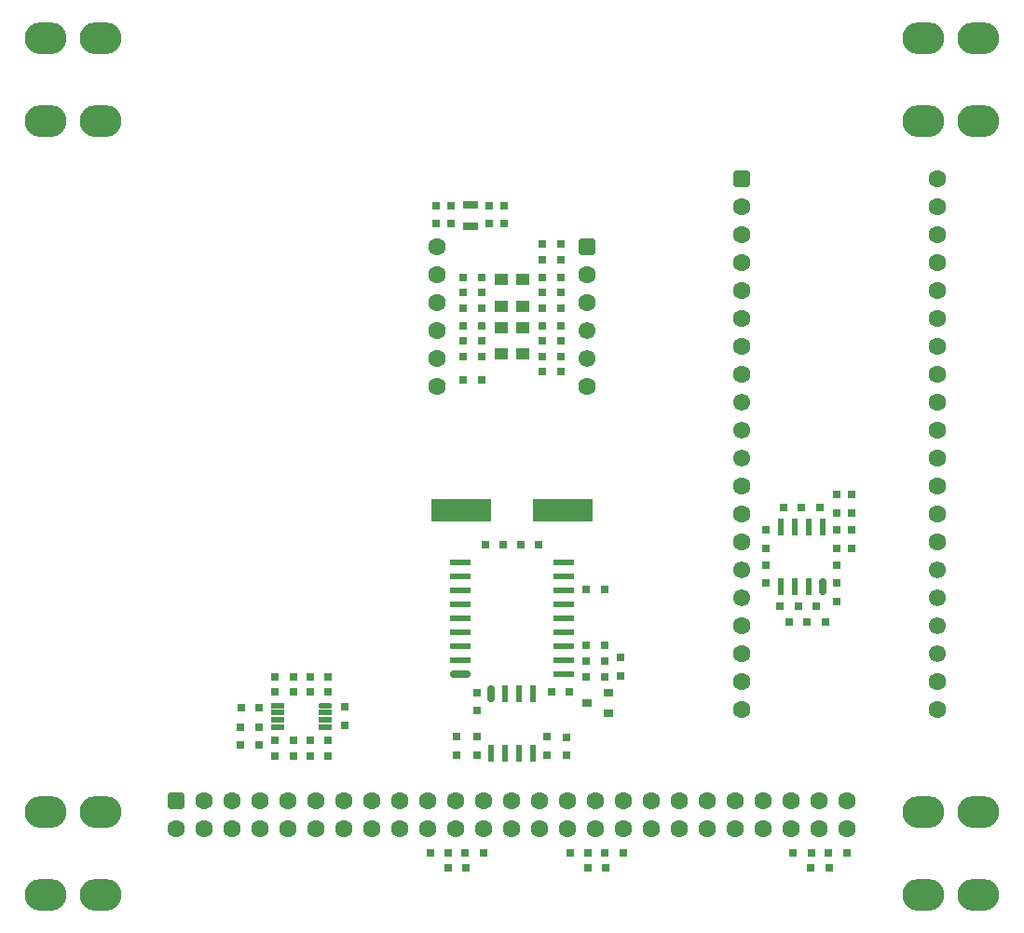
<source format=gbs>
G04*
G04 #@! TF.GenerationSoftware,Altium Limited,Altium Designer,22.1.2 (22)*
G04*
G04 Layer_Color=16711935*
%FSAX44Y44*%
%MOMM*%
G71*
G04*
G04 #@! TF.SameCoordinates,84EC4855-0AA3-41C5-BBCE-46EE62212C49*
G04*
G04*
G04 #@! TF.FilePolarity,Negative*
G04*
G01*
G75*
%ADD15R,0.8000X0.8000*%
%ADD16R,0.8000X0.8000*%
%ADD17R,0.9500X0.8000*%
%ADD20C,1.6000*%
G04:AMPARAMS|DCode=21|XSize=1.6mm|YSize=1.6mm|CornerRadius=0.4mm|HoleSize=0mm|Usage=FLASHONLY|Rotation=0.000|XOffset=0mm|YOffset=0mm|HoleType=Round|Shape=RoundedRectangle|*
%AMROUNDEDRECTD21*
21,1,1.6000,0.8000,0,0,0.0*
21,1,0.8000,1.6000,0,0,0.0*
1,1,0.8000,0.4000,-0.4000*
1,1,0.8000,-0.4000,-0.4000*
1,1,0.8000,-0.4000,0.4000*
1,1,0.8000,0.4000,0.4000*
%
%ADD21ROUNDEDRECTD21*%
%ADD22O,3.8000X2.9000*%
%ADD23O,1.6000X1.5000*%
%ADD33R,1.4000X0.8000*%
%ADD34R,0.6000X1.5500*%
G04:AMPARAMS|DCode=35|XSize=1.55mm|YSize=0.6mm|CornerRadius=0.15mm|HoleSize=0mm|Usage=FLASHONLY|Rotation=270.000|XOffset=0mm|YOffset=0mm|HoleType=Round|Shape=RoundedRectangle|*
%AMROUNDEDRECTD35*
21,1,1.5500,0.3000,0,0,270.0*
21,1,1.2500,0.6000,0,0,270.0*
1,1,0.3000,-0.1500,-0.6250*
1,1,0.3000,-0.1500,0.6250*
1,1,0.3000,0.1500,0.6250*
1,1,0.3000,0.1500,-0.6250*
%
%ADD35ROUNDEDRECTD35*%
%ADD36R,5.5000X2.0000*%
%ADD37R,1.9000X0.6000*%
G04:AMPARAMS|DCode=38|XSize=1.9mm|YSize=0.6mm|CornerRadius=0.15mm|HoleSize=0mm|Usage=FLASHONLY|Rotation=0.000|XOffset=0mm|YOffset=0mm|HoleType=Round|Shape=RoundedRectangle|*
%AMROUNDEDRECTD38*
21,1,1.9000,0.3000,0,0,0.0*
21,1,1.6000,0.6000,0,0,0.0*
1,1,0.3000,0.8000,-0.1500*
1,1,0.3000,-0.8000,-0.1500*
1,1,0.3000,-0.8000,0.1500*
1,1,0.3000,0.8000,0.1500*
%
%ADD38ROUNDEDRECTD38*%
%ADD39R,1.3000X1.0000*%
%ADD42R,1.1900X0.4900*%
G04:AMPARAMS|DCode=43|XSize=1.19mm|YSize=0.49mm|CornerRadius=0.1325mm|HoleSize=0mm|Usage=FLASHONLY|Rotation=180.000|XOffset=0mm|YOffset=0mm|HoleType=Round|Shape=RoundedRectangle|*
%AMROUNDEDRECTD43*
21,1,1.1900,0.2250,0,0,180.0*
21,1,0.9250,0.4900,0,0,180.0*
1,1,0.2650,-0.4625,0.1125*
1,1,0.2650,0.4625,0.1125*
1,1,0.2650,0.4625,-0.1125*
1,1,0.2650,-0.4625,-0.1125*
%
%ADD43ROUNDEDRECTD43*%
D15*
X00286750Y00219000D02*
D03*
X00303250D02*
D03*
X00555250Y00045000D02*
D03*
X00538750D02*
D03*
X00428250D02*
D03*
X00411750D02*
D03*
X00758250D02*
D03*
X00741750D02*
D03*
X00445750Y00339000D02*
D03*
X00462250Y00339000D02*
D03*
X00425750Y00489000D02*
D03*
X00442250D02*
D03*
X00254750Y00147000D02*
D03*
X00271250D02*
D03*
X00240250Y00191000D02*
D03*
X00223750D02*
D03*
X00303250Y00205000D02*
D03*
X00286750D02*
D03*
Y00161000D02*
D03*
X00303250D02*
D03*
X00303250Y00147000D02*
D03*
X00286750D02*
D03*
X00271250Y00161000D02*
D03*
X00254750D02*
D03*
X00254750Y00219000D02*
D03*
X00271250D02*
D03*
X00254750Y00205000D02*
D03*
X00271250D02*
D03*
X00571250Y00059000D02*
D03*
X00554750D02*
D03*
X00522750D02*
D03*
X00539250D02*
D03*
X00395750D02*
D03*
X00412250D02*
D03*
X00444250D02*
D03*
X00427750D02*
D03*
X00774250D02*
D03*
X00757750D02*
D03*
X00742250D02*
D03*
X00725750D02*
D03*
X00505750Y00205000D02*
D03*
X00522250D02*
D03*
X00537750Y00233000D02*
D03*
X00554250D02*
D03*
Y00247000D02*
D03*
X00537750Y00247000D02*
D03*
X00554250Y00219000D02*
D03*
X00537750D02*
D03*
X00537750Y00298000D02*
D03*
X00554250D02*
D03*
X00494250Y00339000D02*
D03*
X00477750D02*
D03*
X00716750Y00373000D02*
D03*
X00733250D02*
D03*
X00749750D02*
D03*
X00721750Y00269000D02*
D03*
X00738250D02*
D03*
X00754750D02*
D03*
X00713750Y00283000D02*
D03*
X00730250Y00283000D02*
D03*
X00746750Y00283000D02*
D03*
X00497750Y00612000D02*
D03*
X00514250D02*
D03*
X00514250Y00598000D02*
D03*
X00497750D02*
D03*
X00442250Y00510000D02*
D03*
X00425750D02*
D03*
X00497750Y00554000D02*
D03*
X00514250D02*
D03*
X00497750Y00568000D02*
D03*
X00514250D02*
D03*
X00442250Y00554000D02*
D03*
X00425750D02*
D03*
X00442250Y00538000D02*
D03*
X00425750D02*
D03*
Y00524000D02*
D03*
X00442250D02*
D03*
X00497750Y00524000D02*
D03*
X00514250D02*
D03*
Y00510000D02*
D03*
X00497750D02*
D03*
X00514250Y00538000D02*
D03*
X00497750D02*
D03*
X00425750Y00568000D02*
D03*
X00442250D02*
D03*
Y00582000D02*
D03*
X00425750D02*
D03*
X00497750D02*
D03*
X00514250D02*
D03*
Y00496000D02*
D03*
X00497750D02*
D03*
D16*
X00438000Y00187750D02*
D03*
Y00204250D02*
D03*
X00240000Y00173250D02*
D03*
Y00156750D02*
D03*
X00223000D02*
D03*
Y00173250D02*
D03*
X00318000Y00191250D02*
D03*
Y00174750D02*
D03*
X00569000Y00236250D02*
D03*
Y00219750D02*
D03*
X00701000Y00303750D02*
D03*
Y00320250D02*
D03*
Y00352250D02*
D03*
Y00335750D02*
D03*
X00779000Y00367750D02*
D03*
Y00384250D02*
D03*
X00765000Y00367750D02*
D03*
Y00384250D02*
D03*
X00779000Y00352250D02*
D03*
Y00335750D02*
D03*
X00765000Y00320250D02*
D03*
Y00303750D02*
D03*
Y00287250D02*
D03*
X00415000Y00647250D02*
D03*
Y00630750D02*
D03*
X00401000Y00647250D02*
D03*
Y00630750D02*
D03*
X00765000Y00335750D02*
D03*
Y00352250D02*
D03*
X00449000Y00647250D02*
D03*
Y00630750D02*
D03*
X00463000Y00647250D02*
D03*
X00463000Y00630750D02*
D03*
X00420000Y00164250D02*
D03*
Y00147750D02*
D03*
X00438000Y00147750D02*
D03*
Y00164250D02*
D03*
X00520000Y00164000D02*
D03*
Y00147500D02*
D03*
X00502000Y00147750D02*
D03*
X00502000Y00164250D02*
D03*
D17*
X00558000Y00204500D02*
D03*
X00538000Y00195000D02*
D03*
X00558000Y00185500D02*
D03*
D20*
X00266800Y00105700D02*
D03*
Y00080300D02*
D03*
X00292200Y00105700D02*
D03*
Y00080300D02*
D03*
X00317600Y00105700D02*
D03*
Y00080300D02*
D03*
X00343000Y00105700D02*
D03*
Y00080300D02*
D03*
X00368400Y00105700D02*
D03*
Y00080300D02*
D03*
X00393800Y00105700D02*
D03*
Y00080300D02*
D03*
X00419200Y00105700D02*
D03*
Y00080300D02*
D03*
X00444600Y00105700D02*
D03*
Y00080300D02*
D03*
X00470000Y00105700D02*
D03*
Y00080300D02*
D03*
X00495400Y00105700D02*
D03*
Y00080300D02*
D03*
X00520800Y00105700D02*
D03*
Y00080300D02*
D03*
X00546200Y00105700D02*
D03*
Y00080300D02*
D03*
X00571600Y00105700D02*
D03*
Y00080300D02*
D03*
X00597000Y00105700D02*
D03*
Y00080300D02*
D03*
X00622400Y00105700D02*
D03*
Y00080300D02*
D03*
X00647800Y00105700D02*
D03*
Y00080300D02*
D03*
X00673200Y00105700D02*
D03*
Y00080300D02*
D03*
X00698600Y00105700D02*
D03*
Y00080300D02*
D03*
X00724000Y00105700D02*
D03*
Y00080300D02*
D03*
X00749400Y00105700D02*
D03*
Y00080300D02*
D03*
X00774800Y00105700D02*
D03*
Y00080300D02*
D03*
X00216000Y00105700D02*
D03*
X00190600D02*
D03*
X00216000Y00080300D02*
D03*
X00190600D02*
D03*
X00165200D02*
D03*
X00241400Y00105700D02*
D03*
Y00080300D02*
D03*
X00679100Y00595100D02*
D03*
Y00620500D02*
D03*
Y00544300D02*
D03*
Y00493500D02*
D03*
X00679100Y00569700D02*
D03*
Y00518900D02*
D03*
Y00645900D02*
D03*
X00856900Y00620500D02*
D03*
X00679100Y00239500D02*
D03*
Y00214100D02*
D03*
Y00264900D02*
D03*
Y00391900D02*
D03*
Y00366500D02*
D03*
X00856900Y00391900D02*
D03*
X00679100Y00188700D02*
D03*
Y00341100D02*
D03*
X00856900Y00493500D02*
D03*
Y00366500D02*
D03*
Y00341100D02*
D03*
Y00442700D02*
D03*
Y00417300D02*
D03*
Y00645900D02*
D03*
Y00569700D02*
D03*
Y00671300D02*
D03*
X00856900Y00595100D02*
D03*
X00856900Y00544300D02*
D03*
Y00518900D02*
D03*
X00856900Y00468100D02*
D03*
X00856900Y00214100D02*
D03*
Y00188700D02*
D03*
X00538000Y00584100D02*
D03*
Y00482500D02*
D03*
Y00558700D02*
D03*
X00402000Y00482500D02*
D03*
Y00507900D02*
D03*
Y00533300D02*
D03*
Y00558700D02*
D03*
Y00584100D02*
D03*
Y00609500D02*
D03*
D21*
X00165200Y00105700D02*
D03*
X00679100Y00671300D02*
D03*
X00538000Y00609500D02*
D03*
D22*
X00046000Y00095500D02*
D03*
Y00020500D02*
D03*
X00096000D02*
D03*
Y00095500D02*
D03*
X00894000Y00020500D02*
D03*
Y00095500D02*
D03*
X00844000D02*
D03*
Y00020500D02*
D03*
X00046000Y00799500D02*
D03*
Y00724500D02*
D03*
X00096000D02*
D03*
Y00799500D02*
D03*
X00894000Y00724500D02*
D03*
Y00799500D02*
D03*
X00844000D02*
D03*
Y00724500D02*
D03*
D23*
X00679100Y00468100D02*
D03*
Y00442700D02*
D03*
Y00315700D02*
D03*
X00679100Y00417300D02*
D03*
Y00290300D02*
D03*
X00856900Y00315700D02*
D03*
Y00290300D02*
D03*
Y00264900D02*
D03*
X00856900Y00239500D02*
D03*
X00538000Y00507900D02*
D03*
Y00533300D02*
D03*
D33*
X00432000Y00628000D02*
D03*
Y00648000D02*
D03*
D34*
X00450950Y00149000D02*
D03*
X00463650D02*
D03*
X00476350D02*
D03*
X00489050D02*
D03*
X00463650Y00203000D02*
D03*
X00476350D02*
D03*
X00489050D02*
D03*
X00752050Y00355000D02*
D03*
X00739350Y00355000D02*
D03*
X00726650D02*
D03*
X00713950Y00355000D02*
D03*
X00739350Y00301000D02*
D03*
X00726650D02*
D03*
X00713950D02*
D03*
D35*
X00450950Y00203000D02*
D03*
X00752050Y00301000D02*
D03*
D36*
X00516000Y00370000D02*
D03*
X00424000D02*
D03*
D37*
X00517000Y00221200D02*
D03*
X00517000Y00233900D02*
D03*
X00517000Y00284700D02*
D03*
X00517000Y00272000D02*
D03*
X00517000Y00259300D02*
D03*
Y00246600D02*
D03*
Y00310100D02*
D03*
Y00297400D02*
D03*
Y00322800D02*
D03*
X00423000Y00233900D02*
D03*
Y00246600D02*
D03*
Y00259300D02*
D03*
X00423000Y00272000D02*
D03*
X00423000Y00284700D02*
D03*
Y00297400D02*
D03*
Y00310100D02*
D03*
Y00322800D02*
D03*
D38*
Y00221200D02*
D03*
D39*
X00480000Y00556000D02*
D03*
Y00580000D02*
D03*
X00460000Y00536000D02*
D03*
Y00512000D02*
D03*
X00480000Y00536000D02*
D03*
Y00512000D02*
D03*
X00460000Y00580000D02*
D03*
X00460000Y00556000D02*
D03*
D42*
X00257250Y00192750D02*
D03*
Y00186250D02*
D03*
Y00179750D02*
D03*
Y00173250D02*
D03*
X00300750D02*
D03*
Y00179750D02*
D03*
Y00186250D02*
D03*
D43*
Y00192750D02*
D03*
M02*

</source>
